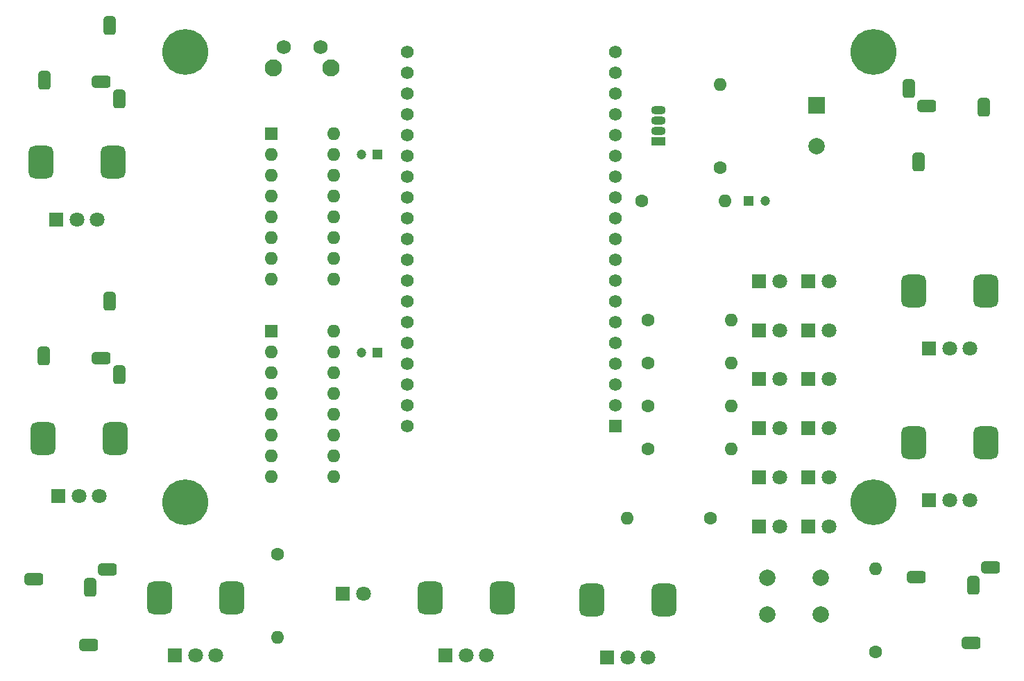
<source format=gbr>
%TF.GenerationSoftware,KiCad,Pcbnew,(6.0.4)*%
%TF.CreationDate,2022-09-14T23:52:42+02:00*%
%TF.ProjectId,Spikeling_V2.1,5370696b-656c-4696-9e67-5f56322e312e,rev?*%
%TF.SameCoordinates,Original*%
%TF.FileFunction,Soldermask,Top*%
%TF.FilePolarity,Negative*%
%FSLAX46Y46*%
G04 Gerber Fmt 4.6, Leading zero omitted, Abs format (unit mm)*
G04 Created by KiCad (PCBNEW (6.0.4)) date 2022-09-14 23:52:42*
%MOMM*%
%LPD*%
G01*
G04 APERTURE LIST*
G04 Aperture macros list*
%AMRoundRect*
0 Rectangle with rounded corners*
0 $1 Rounding radius*
0 $2 $3 $4 $5 $6 $7 $8 $9 X,Y pos of 4 corners*
0 Add a 4 corners polygon primitive as box body*
4,1,4,$2,$3,$4,$5,$6,$7,$8,$9,$2,$3,0*
0 Add four circle primitives for the rounded corners*
1,1,$1+$1,$2,$3*
1,1,$1+$1,$4,$5*
1,1,$1+$1,$6,$7*
1,1,$1+$1,$8,$9*
0 Add four rect primitives between the rounded corners*
20,1,$1+$1,$2,$3,$4,$5,0*
20,1,$1+$1,$4,$5,$6,$7,0*
20,1,$1+$1,$6,$7,$8,$9,0*
20,1,$1+$1,$8,$9,$2,$3,0*%
G04 Aperture macros list end*
%ADD10C,1.560000*%
%ADD11R,1.560000X1.560000*%
%ADD12R,1.200000X1.200000*%
%ADD13C,1.200000*%
%ADD14C,2.100000*%
%ADD15C,1.750000*%
%ADD16RoundRect,0.381000X-0.762000X-0.381000X0.762000X-0.381000X0.762000X0.381000X-0.762000X0.381000X0*%
%ADD17RoundRect,0.381000X-0.381000X0.762000X-0.381000X-0.762000X0.381000X-0.762000X0.381000X0.762000X0*%
%ADD18RoundRect,0.381000X0.381000X-0.762000X0.381000X0.762000X-0.381000X0.762000X-0.381000X-0.762000X0*%
%ADD19RoundRect,0.381000X0.762000X0.381000X-0.762000X0.381000X-0.762000X-0.381000X0.762000X-0.381000X0*%
%ADD20C,1.600000*%
%ADD21O,1.600000X1.600000*%
%ADD22R,1.800000X1.800000*%
%ADD23C,1.800000*%
%ADD24RoundRect,0.750000X0.750000X-1.250000X0.750000X1.250000X-0.750000X1.250000X-0.750000X-1.250000X0*%
%ADD25R,1.600000X1.600000*%
%ADD26R,1.800000X1.070000*%
%ADD27O,1.800000X1.070000*%
%ADD28R,2.000000X2.000000*%
%ADD29C,2.000000*%
%ADD30C,5.600000*%
G04 APERTURE END LIST*
D10*
%TO.C,U1*%
X147050000Y-55040000D03*
X147050000Y-57580000D03*
X147050000Y-60120000D03*
X147050000Y-62660000D03*
X147050000Y-65200000D03*
X147050000Y-67740000D03*
X147050000Y-70280000D03*
X147050000Y-72820000D03*
X147050000Y-75360000D03*
X147050000Y-77900000D03*
X147050000Y-80440000D03*
X147050000Y-82980000D03*
X147050000Y-85520000D03*
X147050000Y-88060000D03*
X147050000Y-90600000D03*
X147050000Y-93140000D03*
X147050000Y-95680000D03*
X147050000Y-98220000D03*
X147050000Y-100760000D03*
X172450000Y-57580000D03*
X172450000Y-60120000D03*
X172450000Y-62660000D03*
X172450000Y-65200000D03*
X172450000Y-67740000D03*
X172450000Y-70280000D03*
X172450000Y-72820000D03*
X172450000Y-75360000D03*
X172450000Y-77900000D03*
X172450000Y-80440000D03*
X172450000Y-82980000D03*
X172450000Y-85520000D03*
X172450000Y-88060000D03*
X172450000Y-90600000D03*
X172450000Y-93140000D03*
X172450000Y-95680000D03*
X172450000Y-55040000D03*
X172450000Y-98220000D03*
D11*
X172450000Y-100760000D03*
%TD*%
D12*
%TO.C,C2*%
X143472600Y-91750000D03*
D13*
X141472600Y-91750000D03*
%TD*%
D12*
%TO.C,C1*%
X143472600Y-67500000D03*
D13*
X141472600Y-67500000D03*
%TD*%
D14*
%TO.C,Reset_Button1*%
X130750000Y-56930000D03*
X137760000Y-56930000D03*
D15*
X132000000Y-54440000D03*
X136500000Y-54440000D03*
%TD*%
D16*
%TO.C,Synapse Out*%
X210468500Y-61600000D03*
D17*
X208268500Y-59500000D03*
D18*
X217468500Y-61800000D03*
D17*
X209468500Y-68500000D03*
%TD*%
D19*
%TO.C,Synapse_in_2*%
X109750000Y-92400000D03*
D18*
X111950000Y-94500000D03*
D17*
X102750000Y-92200000D03*
D18*
X110750000Y-85500000D03*
%TD*%
D19*
%TO.C,Synapse_In_1*%
X109781500Y-58650000D03*
D18*
X111981500Y-60750000D03*
D17*
X102781500Y-58450000D03*
D18*
X110781500Y-51750000D03*
%TD*%
D17*
%TO.C,Stimulus_Out1*%
X216150000Y-120218500D03*
D19*
X218250000Y-118018500D03*
D16*
X215950000Y-127218500D03*
D19*
X209250000Y-119218500D03*
%TD*%
D17*
%TO.C,Current_In1*%
X108400000Y-120468500D03*
D19*
X110500000Y-118268500D03*
D16*
X108200000Y-127468500D03*
D19*
X101500000Y-119468500D03*
%TD*%
D20*
%TO.C,100\u03A9_Stim-LED1*%
X204250000Y-128330000D03*
D21*
X204250000Y-118170000D03*
%TD*%
D20*
%TO.C,100\u03A9*%
X185250000Y-69130000D03*
D21*
X185250000Y-58970000D03*
%TD*%
D20*
%TO.C,100\u03A9_CharliePlex4*%
X176420000Y-103500000D03*
D21*
X186580000Y-103500000D03*
%TD*%
D20*
%TO.C,100\u03A9_CharliePlex3*%
X176420000Y-98250000D03*
D21*
X186580000Y-98250000D03*
%TD*%
D20*
%TO.C,100\u03A9_CharliePlex2*%
X176420000Y-93000000D03*
D21*
X186580000Y-93000000D03*
%TD*%
D20*
%TO.C,100\u03A9_CharliePlex1*%
X176420000Y-87750000D03*
D21*
X186580000Y-87750000D03*
%TD*%
D20*
%TO.C,10\u03A9*%
X175670000Y-73250000D03*
D21*
X185830000Y-73250000D03*
%TD*%
D20*
%TO.C,10k\u03A9_SW_pull-down1*%
X184080000Y-112000000D03*
D21*
X173920000Y-112000000D03*
%TD*%
D20*
%TO.C,10k\u03A9_PD_pull-down1*%
X131250000Y-116420000D03*
D21*
X131250000Y-126580000D03*
%TD*%
D22*
%TO.C,Mode4*%
X190000000Y-95000000D03*
D23*
X192540000Y-95000000D03*
%TD*%
D22*
%TO.C,Noise1*%
X171500000Y-129000000D03*
D23*
X174000000Y-129000000D03*
X176500000Y-129000000D03*
D24*
X169600000Y-122000000D03*
X178400000Y-122000000D03*
%TD*%
D22*
%TO.C,Voltage_Membrane1*%
X118750000Y-128750000D03*
D23*
X121250000Y-128750000D03*
X123750000Y-128750000D03*
D24*
X116850000Y-121750000D03*
X125650000Y-121750000D03*
%TD*%
D25*
%TO.C,U3*%
X130500000Y-89125000D03*
D21*
X130500000Y-91665000D03*
X130500000Y-94205000D03*
X130500000Y-96745000D03*
X130500000Y-99285000D03*
X130500000Y-101825000D03*
X130500000Y-104365000D03*
X130500000Y-106905000D03*
X138120000Y-106905000D03*
X138120000Y-104365000D03*
X138120000Y-101825000D03*
X138120000Y-99285000D03*
X138120000Y-96745000D03*
X138120000Y-94205000D03*
X138120000Y-91665000D03*
X138120000Y-89125000D03*
%TD*%
D25*
%TO.C,U2*%
X130500000Y-65000000D03*
D21*
X130500000Y-67540000D03*
X130500000Y-70080000D03*
X130500000Y-72620000D03*
X130500000Y-75160000D03*
X130500000Y-77700000D03*
X130500000Y-80240000D03*
X130500000Y-82780000D03*
X138120000Y-82780000D03*
X138120000Y-80240000D03*
X138120000Y-77700000D03*
X138120000Y-75160000D03*
X138120000Y-72620000D03*
X138120000Y-70080000D03*
X138120000Y-67540000D03*
X138120000Y-65000000D03*
%TD*%
D22*
%TO.C,Synapse_2_Gain1*%
X104500000Y-109250000D03*
D23*
X107000000Y-109250000D03*
X109500000Y-109250000D03*
D24*
X102600000Y-102250000D03*
X111400000Y-102250000D03*
%TD*%
D22*
%TO.C,Synapse_1_Gain1*%
X104250000Y-75500000D03*
D23*
X106750000Y-75500000D03*
X109250000Y-75500000D03*
D24*
X102350000Y-68500000D03*
X111150000Y-68500000D03*
%TD*%
D22*
%TO.C,Stimulus_Strength1*%
X210750000Y-109750000D03*
D23*
X213250000Y-109750000D03*
X215750000Y-109750000D03*
D24*
X208850000Y-102750000D03*
X217650000Y-102750000D03*
%TD*%
D22*
%TO.C,Stimulus_Frequency1*%
X210750000Y-91250000D03*
D23*
X213250000Y-91250000D03*
X215750000Y-91250000D03*
D24*
X208850000Y-84250000D03*
X217650000Y-84250000D03*
%TD*%
D26*
%TO.C,Spike_LED*%
X177750000Y-65950000D03*
D27*
X177750000Y-64680000D03*
X177750000Y-63410000D03*
X177750000Y-62140000D03*
%TD*%
D28*
%TO.C,Spike_Buzzer*%
X197000000Y-61550000D03*
D29*
X197000000Y-66550000D03*
%TD*%
D22*
%TO.C,Photodiode_Gain1*%
X151750000Y-128750000D03*
D23*
X154250000Y-128750000D03*
X156750000Y-128750000D03*
D24*
X149850000Y-121750000D03*
X158650000Y-121750000D03*
%TD*%
D30*
%TO.C, *%
X120000000Y-55000000D03*
%TD*%
D22*
%TO.C,Mode6*%
X190000000Y-83000000D03*
D23*
X192540000Y-83000000D03*
%TD*%
D22*
%TO.C,Mode1*%
X190000000Y-113000000D03*
D23*
X192540000Y-113000000D03*
%TD*%
D22*
%TO.C,Mode3*%
X190000000Y-101000000D03*
D23*
X192540000Y-101000000D03*
%TD*%
D30*
%TO.C, *%
X204000000Y-55000000D03*
%TD*%
D22*
%TO.C,Mode10*%
X196000000Y-95000000D03*
D23*
X198540000Y-95000000D03*
%TD*%
D22*
%TO.C,Mode8*%
X196000000Y-107000000D03*
D23*
X198540000Y-107000000D03*
%TD*%
D22*
%TO.C,Mode12*%
X196000000Y-83000000D03*
D23*
X198540000Y-83000000D03*
%TD*%
D22*
%TO.C,Mode11*%
X196000000Y-89000000D03*
D23*
X198540000Y-89000000D03*
%TD*%
D22*
%TO.C,Mode9*%
X196000000Y-101000000D03*
D23*
X198540000Y-101000000D03*
%TD*%
D22*
%TO.C,Photodiode1*%
X139225000Y-121250000D03*
D23*
X141765000Y-121250000D03*
%TD*%
D22*
%TO.C,Mode2*%
X190000000Y-107000000D03*
D23*
X192540000Y-107000000D03*
%TD*%
D30*
%TO.C, *%
X204000000Y-110000000D03*
%TD*%
D12*
%TO.C,1nF*%
X188750000Y-73250000D03*
D13*
X190750000Y-73250000D03*
%TD*%
D30*
%TO.C, *%
X120000000Y-110000000D03*
%TD*%
D29*
%TO.C,Mode_Button1*%
X191000000Y-119250000D03*
X197500000Y-119250000D03*
X197500000Y-123750000D03*
X191000000Y-123750000D03*
%TD*%
D22*
%TO.C,Mode7*%
X196000000Y-113000000D03*
D23*
X198540000Y-113000000D03*
%TD*%
D22*
%TO.C,Mode5*%
X190000000Y-89000000D03*
D23*
X192540000Y-89000000D03*
%TD*%
M02*

</source>
